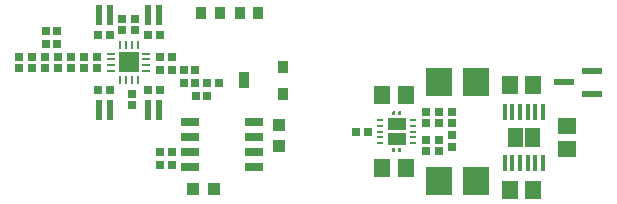
<source format=gbr>
%TF.GenerationSoftware,Altium Limited,Altium Designer,18.1.11 (251)*%
G04 Layer_Color=8421504*
%FSLAX26Y26*%
%MOIN*%
%TF.FileFunction,Paste,Top*%
%TF.Part,Single*%
G01*
G75*
%TA.AperFunction,SMDPad,CuDef*%
%ADD11R,0.087008X0.092520*%
%ADD12R,0.053150X0.061024*%
%ADD13R,0.027559X0.025000*%
%ADD16R,0.035433X0.055118*%
%ADD17R,0.035433X0.043307*%
%ADD20R,0.061024X0.053150*%
%ADD21R,0.035748X0.042480*%
%ADD22R,0.025000X0.027559*%
%ADD23R,0.070866X0.021654*%
%ADD25R,0.023622X0.009842*%
%ADD26R,0.017000X0.055000*%
%ADD28R,0.022047X0.071260*%
%ADD29R,0.043307X0.043307*%
%ADD30R,0.043307X0.043307*%
%ADD31R,0.030000X0.010000*%
%ADD32R,0.010000X0.030000*%
%ADD33R,0.066142X0.066142*%
G04:AMPARAMS|DCode=34|XSize=61.024mil|YSize=23.622mil|CornerRadius=0.945mil|HoleSize=0mil|Usage=FLASHONLY|Rotation=0.000|XOffset=0mil|YOffset=0mil|HoleType=Round|Shape=RoundedRectangle|*
%AMROUNDEDRECTD34*
21,1,0.061024,0.021732,0,0,0.0*
21,1,0.059134,0.023622,0,0,0.0*
1,1,0.001890,0.029567,-0.010866*
1,1,0.001890,-0.029567,-0.010866*
1,1,0.001890,-0.029567,0.010866*
1,1,0.001890,0.029567,0.010866*
%
%ADD34ROUNDEDRECTD34*%
G36*
X1497047Y368110D02*
X1499016Y366142D01*
Y356693D01*
X1497047Y354724D01*
X1491142D01*
X1489173Y356693D01*
Y366142D01*
X1491142Y368110D01*
X1497047Y368110D01*
X1497047Y368110D01*
D02*
G37*
G36*
X1477362D02*
X1479331Y366142D01*
Y356693D01*
X1477362Y354724D01*
X1471457D01*
X1469488Y356693D01*
Y366142D01*
X1471457Y368110D01*
X1477362Y368110D01*
X1477362Y368110D01*
D02*
G37*
G36*
X1513779Y344882D02*
X1513779Y307087D01*
X1511811Y305118D01*
X1456693Y305118D01*
X1454724Y307087D01*
Y344882D01*
X1456693Y346850D01*
X1511811Y346850D01*
X1513779Y344882D01*
D02*
G37*
G36*
Y295276D02*
Y257480D01*
X1511811Y255512D01*
X1456693D01*
X1454724Y257480D01*
X1454724Y295276D01*
X1456693Y297244D01*
X1511811Y297244D01*
X1513779Y295276D01*
D02*
G37*
G36*
X1961543Y250933D02*
X1911417D01*
Y312059D01*
X1961543D01*
Y250933D01*
D02*
G37*
G36*
X1903543D02*
X1853417D01*
Y312059D01*
X1903543D01*
Y250933D01*
D02*
G37*
G36*
X1497047Y247638D02*
X1499015Y245669D01*
Y236221D01*
X1497047Y234252D01*
X1491142Y234252D01*
X1489173Y236221D01*
Y245669D01*
X1491141Y247638D01*
X1497047Y247638D01*
D02*
G37*
G36*
X1477362D02*
X1479331Y245669D01*
Y236221D01*
X1477362Y234252D01*
X1471457Y234252D01*
X1469488Y236220D01*
X1469488Y245669D01*
X1471457Y247638D01*
X1477362Y247638D01*
D02*
G37*
D11*
X1625394Y135827D02*
D03*
X1748622D02*
D03*
Y466535D02*
D03*
X1625394D02*
D03*
D12*
X1435039Y179134D02*
D03*
X1513780D02*
D03*
Y423228D02*
D03*
X1435039D02*
D03*
X1860236Y456693D02*
D03*
X1938976D02*
D03*
X1860236Y106299D02*
D03*
X1938976D02*
D03*
D13*
X267716Y550493D02*
D03*
Y512500D02*
D03*
X354331Y550493D02*
D03*
Y512500D02*
D03*
X311024D02*
D03*
Y550493D02*
D03*
X1582677Y234941D02*
D03*
X1582677Y272933D02*
D03*
X1625984D02*
D03*
Y234941D02*
D03*
X1582677Y367421D02*
D03*
X1582677Y329429D02*
D03*
X1625984Y367421D02*
D03*
Y329429D02*
D03*
X1669291Y329429D02*
D03*
X1669291Y367421D02*
D03*
Y250689D02*
D03*
X1669291Y288681D02*
D03*
X224409Y512500D02*
D03*
Y550492D02*
D03*
X484252Y550493D02*
D03*
Y512500D02*
D03*
X440945D02*
D03*
Y550493D02*
D03*
X397638Y512500D02*
D03*
Y550493D02*
D03*
X568898Y638484D02*
D03*
Y676476D02*
D03*
X612205Y638484D02*
D03*
Y676476D02*
D03*
X600394Y426181D02*
D03*
Y388189D02*
D03*
D16*
X976378Y472441D02*
D03*
D17*
X1106299Y427165D02*
D03*
Y517717D02*
D03*
D20*
X2050197Y320866D02*
D03*
Y242126D02*
D03*
D21*
X893307Y697835D02*
D03*
X831102Y697835D02*
D03*
X1023228D02*
D03*
X961024Y697835D02*
D03*
D22*
X774311Y505906D02*
D03*
X812303D02*
D03*
X488878Y624016D02*
D03*
X526870D02*
D03*
X656201Y438976D02*
D03*
X694193D02*
D03*
X694193Y624016D02*
D03*
X656201D02*
D03*
X526870Y438976D02*
D03*
X488878D02*
D03*
X1348819Y301181D02*
D03*
X1386811Y301181D02*
D03*
X351673Y635827D02*
D03*
X313681D02*
D03*
Y592520D02*
D03*
X351673D02*
D03*
X695571Y188976D02*
D03*
X733563D02*
D03*
X891043Y462599D02*
D03*
X853051D02*
D03*
X812303D02*
D03*
X774311D02*
D03*
X733563Y505906D02*
D03*
X695571D02*
D03*
Y549213D02*
D03*
X733563D02*
D03*
X695571Y232284D02*
D03*
X733563D02*
D03*
X851673Y419291D02*
D03*
X813681D02*
D03*
D23*
X2041339Y464567D02*
D03*
X2135827Y501969D02*
D03*
X2135827Y427165D02*
D03*
D25*
X1539370Y340551D02*
D03*
Y320866D02*
D03*
Y301181D02*
D03*
X1539370Y281496D02*
D03*
X1539370Y261811D02*
D03*
X1429134D02*
D03*
Y281496D02*
D03*
X1429134Y301181D02*
D03*
X1429134Y320866D02*
D03*
Y340551D02*
D03*
D26*
X1843480Y195496D02*
D03*
X1869080D02*
D03*
X1894680D02*
D03*
X1920280D02*
D03*
X1945880D02*
D03*
X1971480D02*
D03*
Y367496D02*
D03*
X1945880D02*
D03*
X1920280D02*
D03*
X1894680D02*
D03*
X1869080D02*
D03*
X1843480D02*
D03*
D28*
X656299Y688976D02*
D03*
X690158D02*
D03*
X526772Y688977D02*
D03*
X492913D02*
D03*
Y374016D02*
D03*
X526772D02*
D03*
X690158D02*
D03*
X656299D02*
D03*
D29*
X1091535Y252953D02*
D03*
Y323819D02*
D03*
D30*
X805118Y109252D02*
D03*
X875984D02*
D03*
D31*
X532551Y561024D02*
D03*
Y541334D02*
D03*
Y521644D02*
D03*
Y501954D02*
D03*
X648551D02*
D03*
Y521644D02*
D03*
Y541334D02*
D03*
Y561024D02*
D03*
D32*
X561016Y473489D02*
D03*
X580706D02*
D03*
X600396D02*
D03*
X620086D02*
D03*
Y589489D02*
D03*
X600396D02*
D03*
X580706D02*
D03*
X561016D02*
D03*
D33*
X590551Y531489D02*
D03*
D34*
X796260Y333858D02*
D03*
Y283858D02*
D03*
Y233858D02*
D03*
Y183858D02*
D03*
X1008858D02*
D03*
Y233858D02*
D03*
Y283858D02*
D03*
Y333858D02*
D03*
%TF.MD5,42bc6fd69891d4068eb5e693c4d3036e*%
M02*

</source>
